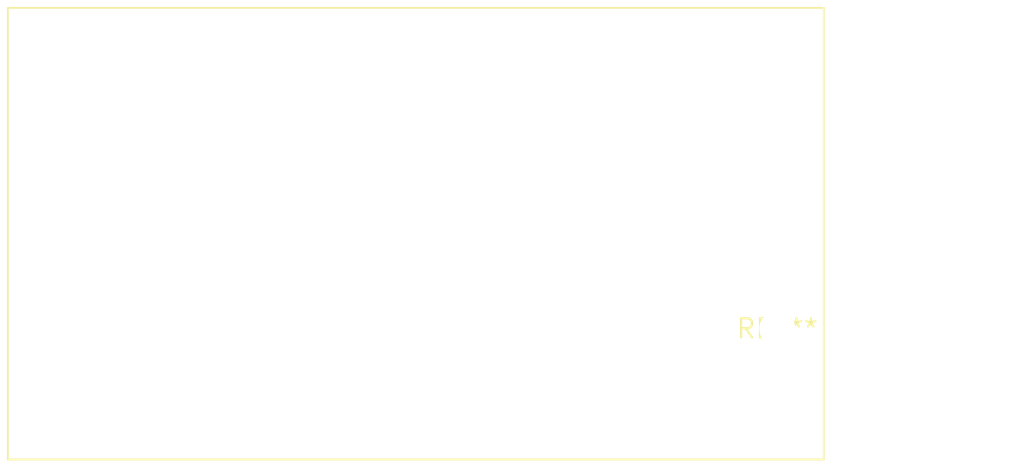
<source format=kicad_pcb>
(kicad_pcb (version 20240108) (generator pcbnew)
  (layers (0 "F.Cu" signal) (31 "B.Cu" signal) (34 "B.Paste" user) (35 "F.Paste" user) (36 "B.SilkS" user "B.Silkscreen") (37 "F.SilkS" user "F.Silkscreen") (38 "B.Mask" user) (39 "F.Mask" user) (44 "Edge.Cuts" user))
  (net 0 "")
  (footprint "BatteryHolder_Eagle_12BH611-GR" (layer "F.Cu") (at 0 0)
    (property "Reference" "REF**")
    (property "Value" "BatteryHolder_Eagle_12BH611-GR")
    (fp_line (start -51.4 -21.45) (end 3.1 -21.45) (layer "F.SilkS") (stroke (width 0.12)))
    (fp_line (start -51.4 8.75) (end -51.4 -21.45) (layer "F.SilkS") (stroke (width 0.12)))
    (fp_line (start 3.1 -21.45) (end 3.1 8.75) (layer "F.SilkS") (stroke (width 0.12)))
    (fp_line (start 3.1 8.75) (end -51.4 8.75) (layer "F.SilkS") (stroke (width 0.12)))
    (pad "" np_thru_hole circle (at -38.9 -17.45) (size 2.6 2.6) (drill 2.6) (layers *.Cu *.Mask))
    (pad "" np_thru_hole circle (at -24.15 4.75) (size 2.6 2.6) (drill 2.6) (layers *.Cu *.Mask))
    (pad "" np_thru_hole circle (at -10.9 -17.45) (size 2.6 2.6) (drill 2.6) (layers *.Cu *.Mask))
    (pad "1" thru_hole rect (at 0 0) (size 3 3) (drill 2.4) (layers *.Cu *.Mask) (remove_unused_layers))
    (pad "2" thru_hole circle (at 0 -12.7) (size 3 3) (drill 2.4) (layers *.Cu *.Mask) (remove_unused_layers))
  )
)
</source>
